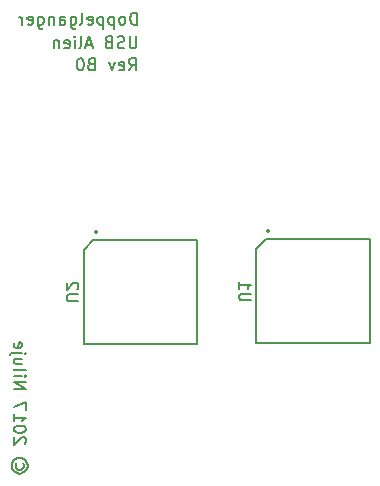
<source format=gbo>
%TF.GenerationSoftware,KiCad,Pcbnew,no-vcs-found-f685cfa~60~ubuntu16.04.1*%
%TF.CreationDate,2017-10-11T22:15:00+02:00*%
%TF.ProjectId,usb_alien,7573625F616C69656E2E6B696361645F,rev?*%
%TF.SameCoordinates,Original*%
%TF.FileFunction,Legend,Bot*%
%TF.FilePolarity,Positive*%
%FSLAX46Y46*%
G04 Gerber Fmt 4.6, Leading zero omitted, Abs format (unit mm)*
G04 Created by KiCad (PCBNEW no-vcs-found-f685cfa~60~ubuntu16.04.1) date Wed Oct 11 22:15:00 2017*
%MOMM*%
%LPD*%
G01*
G04 APERTURE LIST*
%ADD10C,0.127000*%
%ADD11C,0.300000*%
%ADD12C,0.150000*%
G04 APERTURE END LIST*
D10*
X133750957Y-75745219D02*
X134089623Y-75261409D01*
X134331528Y-75745219D02*
X134331528Y-74729219D01*
X133944480Y-74729219D01*
X133847719Y-74777600D01*
X133799338Y-74825980D01*
X133750957Y-74922742D01*
X133750957Y-75067885D01*
X133799338Y-75164647D01*
X133847719Y-75213028D01*
X133944480Y-75261409D01*
X134331528Y-75261409D01*
X132928480Y-75696838D02*
X133025242Y-75745219D01*
X133218766Y-75745219D01*
X133315528Y-75696838D01*
X133363909Y-75600076D01*
X133363909Y-75213028D01*
X133315528Y-75116266D01*
X133218766Y-75067885D01*
X133025242Y-75067885D01*
X132928480Y-75116266D01*
X132880100Y-75213028D01*
X132880100Y-75309790D01*
X133363909Y-75406552D01*
X132541433Y-75067885D02*
X132299528Y-75745219D01*
X132057623Y-75067885D01*
X130557814Y-75213028D02*
X130412671Y-75261409D01*
X130364290Y-75309790D01*
X130315909Y-75406552D01*
X130315909Y-75551695D01*
X130364290Y-75648457D01*
X130412671Y-75696838D01*
X130509433Y-75745219D01*
X130896480Y-75745219D01*
X130896480Y-74729219D01*
X130557814Y-74729219D01*
X130461052Y-74777600D01*
X130412671Y-74825980D01*
X130364290Y-74922742D01*
X130364290Y-75019504D01*
X130412671Y-75116266D01*
X130461052Y-75164647D01*
X130557814Y-75213028D01*
X130896480Y-75213028D01*
X129686957Y-74729219D02*
X129590195Y-74729219D01*
X129493433Y-74777600D01*
X129445052Y-74825980D01*
X129396671Y-74922742D01*
X129348290Y-75116266D01*
X129348290Y-75358171D01*
X129396671Y-75551695D01*
X129445052Y-75648457D01*
X129493433Y-75696838D01*
X129590195Y-75745219D01*
X129686957Y-75745219D01*
X129783719Y-75696838D01*
X129832100Y-75648457D01*
X129880480Y-75551695D01*
X129928861Y-75358171D01*
X129928861Y-75116266D01*
X129880480Y-74922742D01*
X129832100Y-74825980D01*
X129783719Y-74777600D01*
X129686957Y-74729219D01*
X134393819Y-72849619D02*
X134393819Y-73672095D01*
X134345438Y-73768857D01*
X134297057Y-73817238D01*
X134200295Y-73865619D01*
X134006771Y-73865619D01*
X133910009Y-73817238D01*
X133861628Y-73768857D01*
X133813247Y-73672095D01*
X133813247Y-72849619D01*
X133377819Y-73817238D02*
X133232676Y-73865619D01*
X132990771Y-73865619D01*
X132894009Y-73817238D01*
X132845628Y-73768857D01*
X132797247Y-73672095D01*
X132797247Y-73575333D01*
X132845628Y-73478571D01*
X132894009Y-73430190D01*
X132990771Y-73381809D01*
X133184295Y-73333428D01*
X133281057Y-73285047D01*
X133329438Y-73236666D01*
X133377819Y-73139904D01*
X133377819Y-73043142D01*
X133329438Y-72946380D01*
X133281057Y-72898000D01*
X133184295Y-72849619D01*
X132942390Y-72849619D01*
X132797247Y-72898000D01*
X132023152Y-73333428D02*
X131878009Y-73381809D01*
X131829628Y-73430190D01*
X131781247Y-73526952D01*
X131781247Y-73672095D01*
X131829628Y-73768857D01*
X131878009Y-73817238D01*
X131974771Y-73865619D01*
X132361819Y-73865619D01*
X132361819Y-72849619D01*
X132023152Y-72849619D01*
X131926390Y-72898000D01*
X131878009Y-72946380D01*
X131829628Y-73043142D01*
X131829628Y-73139904D01*
X131878009Y-73236666D01*
X131926390Y-73285047D01*
X132023152Y-73333428D01*
X132361819Y-73333428D01*
X130620104Y-73575333D02*
X130136295Y-73575333D01*
X130716866Y-73865619D02*
X130378200Y-72849619D01*
X130039533Y-73865619D01*
X129555723Y-73865619D02*
X129652485Y-73817238D01*
X129700866Y-73720476D01*
X129700866Y-72849619D01*
X129168676Y-73865619D02*
X129168676Y-73188285D01*
X129168676Y-72849619D02*
X129217057Y-72898000D01*
X129168676Y-72946380D01*
X129120295Y-72898000D01*
X129168676Y-72849619D01*
X129168676Y-72946380D01*
X128297819Y-73817238D02*
X128394580Y-73865619D01*
X128588104Y-73865619D01*
X128684866Y-73817238D01*
X128733247Y-73720476D01*
X128733247Y-73333428D01*
X128684866Y-73236666D01*
X128588104Y-73188285D01*
X128394580Y-73188285D01*
X128297819Y-73236666D01*
X128249438Y-73333428D01*
X128249438Y-73430190D01*
X128733247Y-73526952D01*
X127814009Y-73188285D02*
X127814009Y-73865619D01*
X127814009Y-73285047D02*
X127765628Y-73236666D01*
X127668866Y-73188285D01*
X127523723Y-73188285D01*
X127426961Y-73236666D01*
X127378580Y-73333428D01*
X127378580Y-73865619D01*
X134436757Y-71871719D02*
X134436757Y-70855719D01*
X134194852Y-70855719D01*
X134049709Y-70904100D01*
X133952947Y-71000861D01*
X133904566Y-71097623D01*
X133856185Y-71291147D01*
X133856185Y-71436290D01*
X133904566Y-71629814D01*
X133952947Y-71726576D01*
X134049709Y-71823338D01*
X134194852Y-71871719D01*
X134436757Y-71871719D01*
X133275614Y-71871719D02*
X133372376Y-71823338D01*
X133420757Y-71774957D01*
X133469138Y-71678195D01*
X133469138Y-71387909D01*
X133420757Y-71291147D01*
X133372376Y-71242766D01*
X133275614Y-71194385D01*
X133130471Y-71194385D01*
X133033709Y-71242766D01*
X132985328Y-71291147D01*
X132936947Y-71387909D01*
X132936947Y-71678195D01*
X132985328Y-71774957D01*
X133033709Y-71823338D01*
X133130471Y-71871719D01*
X133275614Y-71871719D01*
X132501519Y-71194385D02*
X132501519Y-72210385D01*
X132501519Y-71242766D02*
X132404757Y-71194385D01*
X132211233Y-71194385D01*
X132114471Y-71242766D01*
X132066090Y-71291147D01*
X132017709Y-71387909D01*
X132017709Y-71678195D01*
X132066090Y-71774957D01*
X132114471Y-71823338D01*
X132211233Y-71871719D01*
X132404757Y-71871719D01*
X132501519Y-71823338D01*
X131582280Y-71194385D02*
X131582280Y-72210385D01*
X131582280Y-71242766D02*
X131485519Y-71194385D01*
X131291995Y-71194385D01*
X131195233Y-71242766D01*
X131146852Y-71291147D01*
X131098471Y-71387909D01*
X131098471Y-71678195D01*
X131146852Y-71774957D01*
X131195233Y-71823338D01*
X131291995Y-71871719D01*
X131485519Y-71871719D01*
X131582280Y-71823338D01*
X130275995Y-71823338D02*
X130372757Y-71871719D01*
X130566280Y-71871719D01*
X130663042Y-71823338D01*
X130711423Y-71726576D01*
X130711423Y-71339528D01*
X130663042Y-71242766D01*
X130566280Y-71194385D01*
X130372757Y-71194385D01*
X130275995Y-71242766D01*
X130227614Y-71339528D01*
X130227614Y-71436290D01*
X130711423Y-71533052D01*
X129647042Y-71871719D02*
X129743804Y-71823338D01*
X129792185Y-71726576D01*
X129792185Y-70855719D01*
X128824566Y-71194385D02*
X128824566Y-72016861D01*
X128872947Y-72113623D01*
X128921328Y-72162004D01*
X129018090Y-72210385D01*
X129163233Y-72210385D01*
X129259995Y-72162004D01*
X128824566Y-71823338D02*
X128921328Y-71871719D01*
X129114852Y-71871719D01*
X129211614Y-71823338D01*
X129259995Y-71774957D01*
X129308376Y-71678195D01*
X129308376Y-71387909D01*
X129259995Y-71291147D01*
X129211614Y-71242766D01*
X129114852Y-71194385D01*
X128921328Y-71194385D01*
X128824566Y-71242766D01*
X127905328Y-71871719D02*
X127905328Y-71339528D01*
X127953709Y-71242766D01*
X128050471Y-71194385D01*
X128243995Y-71194385D01*
X128340757Y-71242766D01*
X127905328Y-71823338D02*
X128002090Y-71871719D01*
X128243995Y-71871719D01*
X128340757Y-71823338D01*
X128389138Y-71726576D01*
X128389138Y-71629814D01*
X128340757Y-71533052D01*
X128243995Y-71484671D01*
X128002090Y-71484671D01*
X127905328Y-71436290D01*
X127421519Y-71194385D02*
X127421519Y-71871719D01*
X127421519Y-71291147D02*
X127373138Y-71242766D01*
X127276376Y-71194385D01*
X127131233Y-71194385D01*
X127034471Y-71242766D01*
X126986090Y-71339528D01*
X126986090Y-71871719D01*
X126066852Y-71194385D02*
X126066852Y-72016861D01*
X126115233Y-72113623D01*
X126163614Y-72162004D01*
X126260376Y-72210385D01*
X126405519Y-72210385D01*
X126502280Y-72162004D01*
X126066852Y-71823338D02*
X126163614Y-71871719D01*
X126357138Y-71871719D01*
X126453900Y-71823338D01*
X126502280Y-71774957D01*
X126550661Y-71678195D01*
X126550661Y-71387909D01*
X126502280Y-71291147D01*
X126453900Y-71242766D01*
X126357138Y-71194385D01*
X126163614Y-71194385D01*
X126066852Y-71242766D01*
X125195995Y-71823338D02*
X125292757Y-71871719D01*
X125486280Y-71871719D01*
X125583042Y-71823338D01*
X125631423Y-71726576D01*
X125631423Y-71339528D01*
X125583042Y-71242766D01*
X125486280Y-71194385D01*
X125292757Y-71194385D01*
X125195995Y-71242766D01*
X125147614Y-71339528D01*
X125147614Y-71436290D01*
X125631423Y-71533052D01*
X124712185Y-71871719D02*
X124712185Y-71194385D01*
X124712185Y-71387909D02*
X124663804Y-71291147D01*
X124615423Y-71242766D01*
X124518661Y-71194385D01*
X124421900Y-71194385D01*
X124787176Y-109023452D02*
X124835557Y-109120214D01*
X124835557Y-109313738D01*
X124787176Y-109410500D01*
X124690414Y-109507261D01*
X124593652Y-109555642D01*
X124400128Y-109555642D01*
X124303366Y-109507261D01*
X124206604Y-109410500D01*
X124158223Y-109313738D01*
X124158223Y-109120214D01*
X124206604Y-109023452D01*
X125174223Y-109216976D02*
X125125842Y-109458880D01*
X124980700Y-109700785D01*
X124738795Y-109845928D01*
X124496890Y-109894309D01*
X124254985Y-109845928D01*
X124013080Y-109700785D01*
X123867938Y-109458880D01*
X123819557Y-109216976D01*
X123867938Y-108975071D01*
X124013080Y-108733166D01*
X124254985Y-108588023D01*
X124496890Y-108539642D01*
X124738795Y-108588023D01*
X124980700Y-108733166D01*
X125125842Y-108975071D01*
X125174223Y-109216976D01*
X124932319Y-107378500D02*
X124980700Y-107330119D01*
X125029080Y-107233357D01*
X125029080Y-106991452D01*
X124980700Y-106894690D01*
X124932319Y-106846309D01*
X124835557Y-106797928D01*
X124738795Y-106797928D01*
X124593652Y-106846309D01*
X124013080Y-107426880D01*
X124013080Y-106797928D01*
X125029080Y-106168976D02*
X125029080Y-106072214D01*
X124980700Y-105975452D01*
X124932319Y-105927071D01*
X124835557Y-105878690D01*
X124642033Y-105830309D01*
X124400128Y-105830309D01*
X124206604Y-105878690D01*
X124109842Y-105927071D01*
X124061461Y-105975452D01*
X124013080Y-106072214D01*
X124013080Y-106168976D01*
X124061461Y-106265738D01*
X124109842Y-106314119D01*
X124206604Y-106362500D01*
X124400128Y-106410880D01*
X124642033Y-106410880D01*
X124835557Y-106362500D01*
X124932319Y-106314119D01*
X124980700Y-106265738D01*
X125029080Y-106168976D01*
X124013080Y-104862690D02*
X124013080Y-105443261D01*
X124013080Y-105152976D02*
X125029080Y-105152976D01*
X124883938Y-105249738D01*
X124787176Y-105346500D01*
X124738795Y-105443261D01*
X125029080Y-104524023D02*
X125029080Y-103846690D01*
X124013080Y-104282119D01*
X124013080Y-102685547D02*
X125029080Y-102685547D01*
X124013080Y-102104976D01*
X125029080Y-102104976D01*
X124013080Y-101621166D02*
X124690414Y-101621166D01*
X125029080Y-101621166D02*
X124980700Y-101669547D01*
X124932319Y-101621166D01*
X124980700Y-101572785D01*
X125029080Y-101621166D01*
X124932319Y-101621166D01*
X124013080Y-100992214D02*
X124061461Y-101088976D01*
X124158223Y-101137357D01*
X125029080Y-101137357D01*
X124690414Y-100169738D02*
X124013080Y-100169738D01*
X124690414Y-100605166D02*
X124158223Y-100605166D01*
X124061461Y-100556785D01*
X124013080Y-100460023D01*
X124013080Y-100314880D01*
X124061461Y-100218119D01*
X124109842Y-100169738D01*
X124690414Y-99685928D02*
X123819557Y-99685928D01*
X123722795Y-99734309D01*
X123674414Y-99831071D01*
X123674414Y-99879452D01*
X125029080Y-99685928D02*
X124980700Y-99734309D01*
X124932319Y-99685928D01*
X124980700Y-99637547D01*
X125029080Y-99685928D01*
X124932319Y-99685928D01*
X124061461Y-98815071D02*
X124013080Y-98911833D01*
X124013080Y-99105357D01*
X124061461Y-99202119D01*
X124158223Y-99250500D01*
X124545271Y-99250500D01*
X124642033Y-99202119D01*
X124690414Y-99105357D01*
X124690414Y-98911833D01*
X124642033Y-98815071D01*
X124545271Y-98766690D01*
X124448509Y-98766690D01*
X124351747Y-99250500D01*
D11*
%TO.C,U2*%
X130937000Y-89446100D02*
X130937000Y-89446100D01*
D12*
X139557000Y-90126100D02*
X130737000Y-90126100D01*
X139557000Y-98926100D02*
X139557000Y-90126100D01*
X129937000Y-98926100D02*
X139557000Y-98926100D01*
X129937000Y-90926100D02*
X129937000Y-98926100D01*
X130737000Y-90126100D02*
X129937000Y-90926100D01*
%TO.C,U1*%
X145342000Y-90062600D02*
X144542000Y-90862600D01*
X144542000Y-90862600D02*
X144542000Y-98862600D01*
X144542000Y-98862600D02*
X154162000Y-98862600D01*
X154162000Y-98862600D02*
X154162000Y-90062600D01*
X154162000Y-90062600D02*
X145342000Y-90062600D01*
D11*
X145542000Y-89382600D02*
X145542000Y-89382600D01*
%TO.C,U2*%
D12*
X129484619Y-95288004D02*
X128675095Y-95288004D01*
X128579857Y-95240385D01*
X128532238Y-95192766D01*
X128484619Y-95097528D01*
X128484619Y-94907052D01*
X128532238Y-94811814D01*
X128579857Y-94764195D01*
X128675095Y-94716576D01*
X129484619Y-94716576D01*
X129389380Y-94288004D02*
X129437000Y-94240385D01*
X129484619Y-94145147D01*
X129484619Y-93907052D01*
X129437000Y-93811814D01*
X129389380Y-93764195D01*
X129294142Y-93716576D01*
X129198904Y-93716576D01*
X129056047Y-93764195D01*
X128484619Y-94335623D01*
X128484619Y-93716576D01*
%TO.C,U1*%
X144089619Y-95224504D02*
X143280095Y-95224504D01*
X143184857Y-95176885D01*
X143137238Y-95129266D01*
X143089619Y-95034028D01*
X143089619Y-94843552D01*
X143137238Y-94748314D01*
X143184857Y-94700695D01*
X143280095Y-94653076D01*
X144089619Y-94653076D01*
X143089619Y-93653076D02*
X143089619Y-94224504D01*
X143089619Y-93938790D02*
X144089619Y-93938790D01*
X143946761Y-94034028D01*
X143851523Y-94129266D01*
X143803904Y-94224504D01*
%TD*%
M02*

</source>
